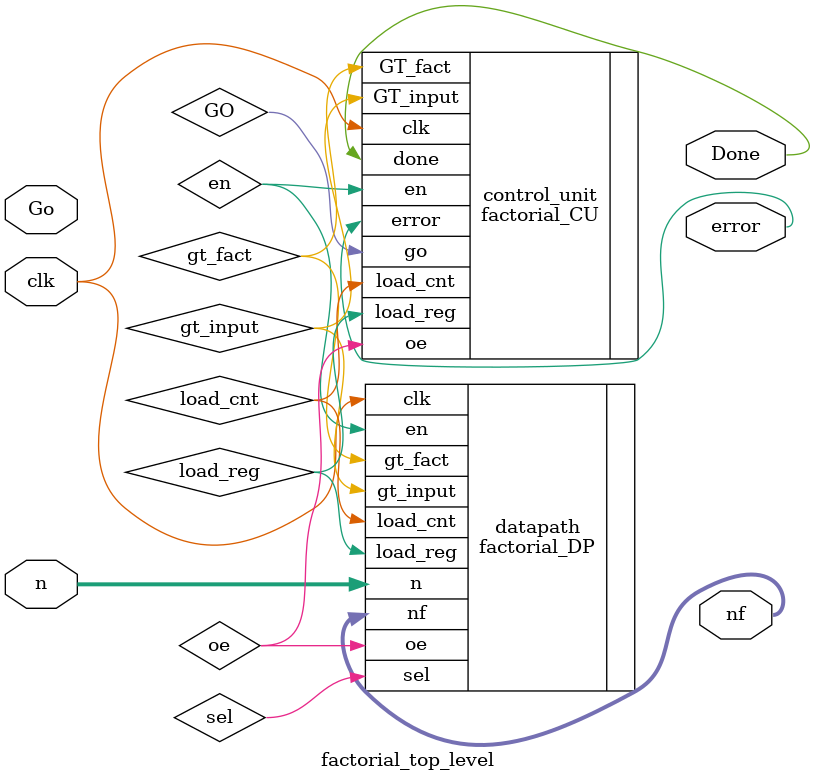
<source format=v>
`timescale 1ns / 1ps


module factorial_top_level(
    input Go, clk,
    input [3:0] n,
    output Done, error,
    output [31:0] nf
    );
    
    wire sel, load_reg, load_cnt, oe, en, gt_input, gt_fact;
    
    factorial_DP datapath(.clk(clk), .en(en), .n(n), .sel(sel), .load_reg(load_reg), .load_cnt(load_cnt), .oe(oe), .gt_fact(gt_fact), .gt_input(gt_input), .nf(nf));
    factorial_CU control_unit(.en(en), .go(GO), .clk(clk), .load_reg(load_reg), .load_cnt(load_cnt), .oe(oe), .GT_fact(gt_fact), .GT_input(gt_input), .done(Done), .error(error));
    
    
endmodule

</source>
